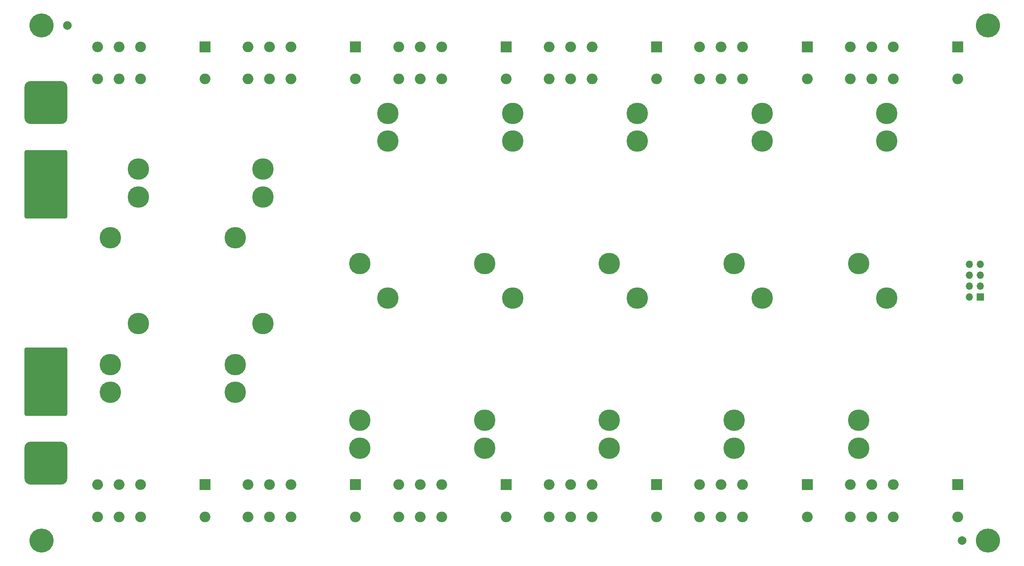
<source format=gts>
G04 #@! TF.GenerationSoftware,KiCad,Pcbnew,7.0.9-7.0.9~ubuntu20.04.1*
G04 #@! TF.CreationDate,2023-12-17T16:45:51+01:00*
G04 #@! TF.ProjectId,low_pass,6c6f775f-7061-4737-932e-6b696361645f,1.0*
G04 #@! TF.SameCoordinates,Original*
G04 #@! TF.FileFunction,Soldermask,Top*
G04 #@! TF.FilePolarity,Negative*
%FSLAX46Y46*%
G04 Gerber Fmt 4.6, Leading zero omitted, Abs format (unit mm)*
G04 Created by KiCad (PCBNEW 7.0.9-7.0.9~ubuntu20.04.1) date 2023-12-17 16:45:51*
%MOMM*%
%LPD*%
G01*
G04 APERTURE LIST*
G04 Aperture macros list*
%AMRoundRect*
0 Rectangle with rounded corners*
0 $1 Rounding radius*
0 $2 $3 $4 $5 $6 $7 $8 $9 X,Y pos of 4 corners*
0 Add a 4 corners polygon primitive as box body*
4,1,4,$2,$3,$4,$5,$6,$7,$8,$9,$2,$3,0*
0 Add four circle primitives for the rounded corners*
1,1,$1+$1,$2,$3*
1,1,$1+$1,$4,$5*
1,1,$1+$1,$6,$7*
1,1,$1+$1,$8,$9*
0 Add four rect primitives between the rounded corners*
20,1,$1+$1,$2,$3,$4,$5,0*
20,1,$1+$1,$4,$5,$6,$7,0*
20,1,$1+$1,$6,$7,$8,$9,0*
20,1,$1+$1,$8,$9,$2,$3,0*%
G04 Aperture macros list end*
%ADD10C,2.000000*%
%ADD11C,5.600000*%
%ADD12R,2.500000X2.500000*%
%ADD13O,2.500000X2.500000*%
%ADD14RoundRect,1.500000X-3.500000X3.500000X-3.500000X-3.500000X3.500000X-3.500000X3.500000X3.500000X0*%
%ADD15RoundRect,0.500000X-4.500000X7.500000X-4.500000X-7.500000X4.500000X-7.500000X4.500000X7.500000X0*%
%ADD16RoundRect,1.500000X3.500000X-3.500000X3.500000X3.500000X-3.500000X3.500000X-3.500000X-3.500000X0*%
%ADD17RoundRect,0.500000X4.500000X-7.500000X4.500000X7.500000X-4.500000X7.500000X-4.500000X-7.500000X0*%
%ADD18R,1.700000X1.700000*%
%ADD19O,1.700000X1.700000*%
%ADD20C,5.000000*%
G04 APERTURE END LIST*
D10*
X254000000Y-150000000D03*
D11*
X40000000Y-150000000D03*
X40000000Y-30000000D03*
D12*
X148000000Y-35000000D03*
D13*
X133000000Y-35000000D03*
X128000000Y-35000000D03*
X123000000Y-35000000D03*
X123000000Y-42500000D03*
X128000000Y-42500000D03*
X133000000Y-42500000D03*
X148000000Y-42500000D03*
D14*
X41000000Y-132000000D03*
D15*
X41000000Y-113000000D03*
D12*
X253000000Y-35000000D03*
D13*
X238000000Y-35000000D03*
X233000000Y-35000000D03*
X228000000Y-35000000D03*
X228000000Y-42500000D03*
X233000000Y-42500000D03*
X238000000Y-42500000D03*
X253000000Y-42500000D03*
D12*
X183000000Y-137000000D03*
D13*
X168000000Y-137000000D03*
X163000000Y-137000000D03*
X158000000Y-137000000D03*
X158000000Y-144500000D03*
X163000000Y-144500000D03*
X168000000Y-144500000D03*
X183000000Y-144500000D03*
D11*
X260000000Y-150000000D03*
D12*
X113000000Y-137000000D03*
D13*
X98000000Y-137000000D03*
X93000000Y-137000000D03*
X88000000Y-137000000D03*
X88000000Y-144500000D03*
X93000000Y-144500000D03*
X98000000Y-144500000D03*
X113000000Y-144500000D03*
D12*
X218000000Y-35000000D03*
D13*
X203000000Y-35000000D03*
X198000000Y-35000000D03*
X193000000Y-35000000D03*
X193000000Y-42500000D03*
X198000000Y-42500000D03*
X203000000Y-42500000D03*
X218000000Y-42500000D03*
D12*
X113000000Y-35000000D03*
D13*
X98000000Y-35000000D03*
X93000000Y-35000000D03*
X88000000Y-35000000D03*
X88000000Y-42500000D03*
X93000000Y-42500000D03*
X98000000Y-42500000D03*
X113000000Y-42500000D03*
D12*
X218000000Y-137000000D03*
D13*
X203000000Y-137000000D03*
X198000000Y-137000000D03*
X193000000Y-137000000D03*
X193000000Y-144500000D03*
X198000000Y-144500000D03*
X203000000Y-144500000D03*
X218000000Y-144500000D03*
D12*
X183000000Y-35000000D03*
D13*
X168000000Y-35000000D03*
X163000000Y-35000000D03*
X158000000Y-35000000D03*
X158000000Y-42500000D03*
X163000000Y-42500000D03*
X168000000Y-42500000D03*
X183000000Y-42500000D03*
D11*
X260000000Y-30000000D03*
D12*
X148000000Y-137000000D03*
D13*
X133000000Y-137000000D03*
X128000000Y-137000000D03*
X123000000Y-137000000D03*
X123000000Y-144500000D03*
X128000000Y-144500000D03*
X133000000Y-144500000D03*
X148000000Y-144500000D03*
D12*
X253000000Y-137000000D03*
D13*
X238000000Y-137000000D03*
X233000000Y-137000000D03*
X228000000Y-137000000D03*
X228000000Y-144500000D03*
X233000000Y-144500000D03*
X238000000Y-144500000D03*
X253000000Y-144500000D03*
D12*
X78000000Y-137000000D03*
D13*
X63000000Y-137000000D03*
X58000000Y-137000000D03*
X53000000Y-137000000D03*
X53000000Y-144500000D03*
X58000000Y-144500000D03*
X63000000Y-144500000D03*
X78000000Y-144500000D03*
D10*
X46000000Y-30000000D03*
D12*
X78000000Y-35000000D03*
D13*
X63000000Y-35000000D03*
X58000000Y-35000000D03*
X53000000Y-35000000D03*
X53000000Y-42500000D03*
X58000000Y-42500000D03*
X63000000Y-42500000D03*
X78000000Y-42500000D03*
D16*
X41000000Y-48000000D03*
D17*
X41000000Y-67000000D03*
D18*
X258275000Y-93300000D03*
D19*
X255735000Y-93300000D03*
X258275000Y-90760000D03*
X255735000Y-90760000D03*
X258275000Y-88220000D03*
X255735000Y-88220000D03*
X258275000Y-85680000D03*
X255735000Y-85680000D03*
D20*
X236500000Y-50500000D03*
X236500000Y-57000000D03*
X230000000Y-122000000D03*
X230000000Y-128500000D03*
X230000000Y-85500000D03*
X236500000Y-93500000D03*
X178500000Y-50500000D03*
X178500000Y-57000000D03*
X172000000Y-128500000D03*
X172000000Y-122000000D03*
X178500000Y-93500000D03*
X172000000Y-85500000D03*
X207500000Y-57000000D03*
X207500000Y-50500000D03*
X201000000Y-128500000D03*
X201000000Y-122000000D03*
X201000000Y-85500000D03*
X207500000Y-93500000D03*
X120500000Y-50500000D03*
X120500000Y-57000000D03*
X114000000Y-122000000D03*
X114000000Y-128500000D03*
X114000000Y-85500000D03*
X120500000Y-93500000D03*
X91500000Y-63500000D03*
X91500000Y-70000000D03*
X85000000Y-109000000D03*
X85000000Y-115500000D03*
X91500000Y-99500000D03*
X85000000Y-79500000D03*
X149500000Y-50500000D03*
X149500000Y-57000000D03*
X143000000Y-122000000D03*
X143000000Y-128500000D03*
X149500000Y-93500000D03*
X143000000Y-85500000D03*
X62500000Y-70000000D03*
X62500000Y-63500000D03*
X56000000Y-109000000D03*
X56000000Y-115500000D03*
X62500000Y-99500000D03*
X56000000Y-79500000D03*
M02*

</source>
